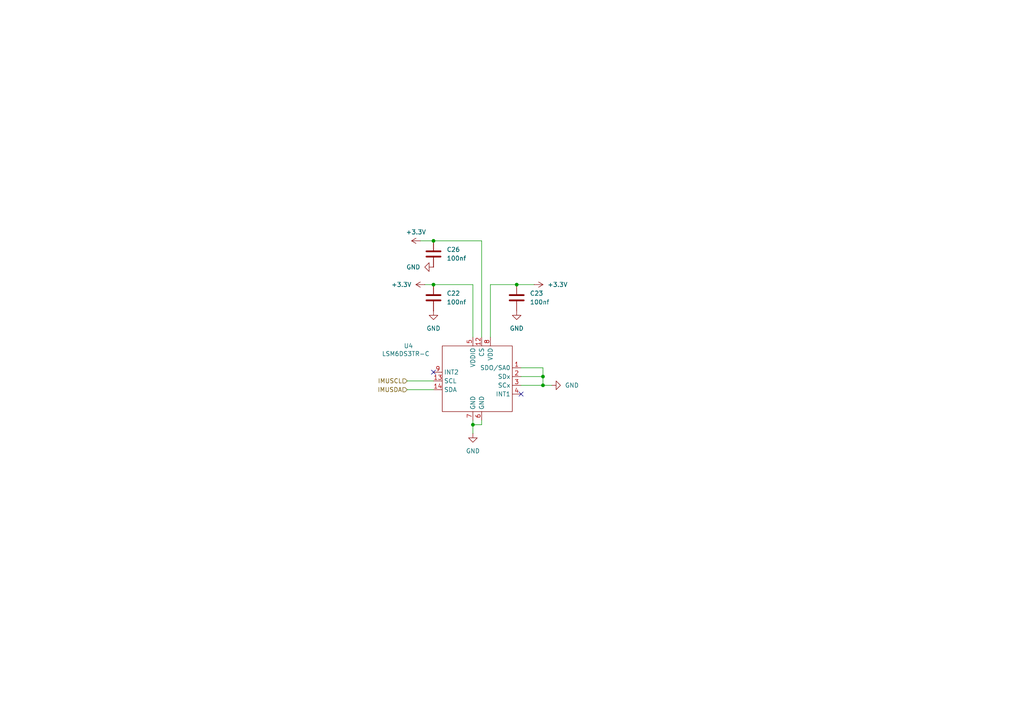
<source format=kicad_sch>
(kicad_sch (version 20250114) (generator "eeschema") (generator_version "9.0")
  (paper "A4")
  (lib_symbols
    (symbol "Device:C" (pin_numbers (hide yes)) (pin_names (offset 0.254))
      (property "Reference" "C" (at 0.635 2.54 0))
      (property "Value" "C" (at 0.635 -2.54 0))
      (symbol "C_0_1"
        (polyline (pts (xy -2.032 0.762) (xy 2.032 0.762)) (stroke (width 0.508)))
        (polyline (pts (xy -2.032 -0.762) (xy 2.032 -0.762)) (stroke (width 0.508)))
      )
      (symbol "C_1_1"
        (pin passive line (at 0 3.81 270) (length 2.794) (name "~") (number "1"))
        (pin passive line (at 0 -3.81 90) (length 2.794) (name "~") (number "2"))
      )
    )
    (symbol "Footprints:LSM6DS3TR-C"
      (property "Reference" "U4" (at -18.796 20.32 0))
      (property "Value" "LSM6DS3TR-C" (at -25.146 18.034 0))
      (symbol "LSM6DS3TR-C_0_1"
        (rectangle (start -7.62 20.32) (end 12.7 1.27))
      )
      (symbol "LSM6DS3TR-C_1_1"
        (pin input line (at -10.16 12.7 0) (length 2.54) (name "INT2") (number "9"))
        (pin input line (at -10.16 10.16 0) (length 2.54) (name "SCL") (number "13"))
        (pin input line (at -10.16 7.62 0) (length 2.54) (name "SDA") (number "14"))
        (pin input line (at -7.62 5.08 0) (length 2.54) (hide yes) (name "NC") (number "11"))
        (pin input line (at -7.62 2.54 0) (length 2.54) (hide yes) (name "NC") (number "10"))
        (pin power_in line (at 1.27 22.86 270) (length 2.54) (name "VDDIO") (number "5"))
        (pin input line (at 1.27 -1.27 90) (length 2.54) (name "GND") (number "7"))
        (pin input line (at 3.81 22.86 270) (length 2.54) (name "CS") (number "12"))
        (pin input line (at 3.81 -1.27 90) (length 2.54) (name "GND") (number "6"))
        (pin power_in line (at 6.35 22.86 270) (length 2.54) (name "VDD") (number "8"))
        (pin input line (at 15.24 13.97 180) (length 2.54) (name "SDO/SA0") (number "1"))
        (pin input line (at 15.24 11.43 180) (length 2.54) (name "SDx") (number "2"))
        (pin input line (at 15.24 8.89 180) (length 2.54) (name "SCx") (number "3"))
        (pin input line (at 15.24 6.35 180) (length 2.54) (name "INT1") (number "4"))
      )
    )
    (symbol "power:+3.3V" (power) (pin_numbers (hide yes)) (pin_names (offset 0) (hide yes))
      (property "Value" "+3.3V" (at 0 3.556 0))
      (symbol "+3.3V_0_1"
        (polyline (pts (xy -0.762 1.27) (xy 0 2.54)))
        (polyline (pts (xy 0 2.54) (xy 0.762 1.27)))
        (polyline (pts (xy 0 0) (xy 0 2.54)))
      )
      (symbol "+3.3V_1_1"
        (pin power_in line (at 0 0 90) (length 0) (name "~") (number "1"))
      )
    )
    (symbol "power:GND" (power) (pin_numbers (hide yes)) (pin_names (offset 0) (hide yes))
      (property "Value" "GND" (at 0 -3.81 0))
      (symbol "GND_0_1"
        (polyline (pts (xy 0 0) (xy 0 -1.27) (xy 1.27 -1.27) (xy 0 -2.54) (xy -1.27 -1.27) (xy 0 -1.27)))
      )
      (symbol "GND_1_1"
        (pin power_in line (at 0 0 270) (length 0) (name "~") (number "1"))
      )
    )
  )
  (junction (at 125.73 69.85))
  (junction (at 149.86 82.55))
  (junction (at 157.48 109.22))
  (junction (at 125.73 82.55))
  (junction (at 157.48 111.76))
  (junction (at 137.16 123.19))
  (no_connect (at 125.73 107.95))
  (no_connect (at 151.13 114.3))
  (wire (pts (xy 142.24 97.79) (xy 142.24 82.55)))
  (wire (pts (xy 123.19 82.55) (xy 125.73 82.55)))
  (wire (pts (xy 137.16 97.79) (xy 137.16 82.55)))
  (wire (pts (xy 149.86 82.55) (xy 154.94 82.55)))
  (wire (pts (xy 125.73 69.85) (xy 139.7 69.85)))
  (wire (pts (xy 118.11 110.49) (xy 125.73 110.49)))
  (wire (pts (xy 157.48 109.22) (xy 157.48 111.76)))
  (wire (pts (xy 139.7 123.19) (xy 137.16 123.19)))
  (wire (pts (xy 151.13 109.22) (xy 157.48 109.22)))
  (wire (pts (xy 137.16 125.73) (xy 137.16 123.19)))
  (wire (pts (xy 142.24 82.55) (xy 149.86 82.55)))
  (wire (pts (xy 137.16 82.55) (xy 125.73 82.55)))
  (wire (pts (xy 151.13 106.68) (xy 157.48 106.68)))
  (wire (pts (xy 157.48 106.68) (xy 157.48 109.22)))
  (wire (pts (xy 137.16 123.19) (xy 137.16 121.92)))
  (wire (pts (xy 139.7 121.92) (xy 139.7 123.19)))
  (wire (pts (xy 157.48 111.76) (xy 151.13 111.76)))
  (wire (pts (xy 160.02 111.76) (xy 157.48 111.76)))
  (wire (pts (xy 139.7 69.85) (xy 139.7 97.79)))
  (wire (pts (xy 118.11 113.03) (xy 125.73 113.03)))
  (wire (pts (xy 121.92 69.85) (xy 125.73 69.85)))
  (hierarchical_label "IMUSDA" (shape input) (at 118.11 113.03 180))
  (hierarchical_label "IMUSCL" (shape input) (at 118.11 110.49 180))
  (symbol (lib_id "power:+3.3V") (at 123.19 82.55 90) (unit 1)
    (property "Reference" "#PWR067" (effects (hide yes)))
    (property "Value" "+3.3V" (at 119.38 82.5499 90) (effects (justify left)))
    (property "Description" "Power symbol creates a global label with name \"+3.3V\"" (effects (hide yes)))
  )
  (symbol (lib_id "power:+3.3V") (at 154.94 82.55 270) (unit 1)
    (property "Reference" "#PWR072" (effects (hide yes)))
    (property "Value" "+3.3V" (at 158.75 82.5499 90) (effects (justify left)))
    (property "Description" "Power symbol creates a global label with name \"+3.3V\"" (effects (hide yes)))
  )
  (symbol (lib_id "power:+3.3V") (at 121.92 69.85 90) (unit 1)
    (property "Reference" "#PWR069" (effects (hide yes)))
    (property "Value" "+3.3V" (at 120.65 67.31 90))
    (property "Description" "Power symbol creates a global label with name \"+3.3V\"" (effects (hide yes)))
  )
  (symbol (lib_id "power:GND") (at 149.86 90.17 0) (unit 1)
    (property "Reference" "#PWR071" (effects (hide yes)))
    (property "Value" "GND" (at 149.86 95.25 0))
    (property "Description" "Power symbol creates a global label with name \"GND\" , ground" (effects (hide yes)))
  )
  (symbol (lib_id "power:GND") (at 125.73 90.17 0) (unit 1)
    (property "Reference" "#PWR068" (effects (hide yes)))
    (property "Value" "GND" (at 125.73 95.25 0))
    (property "Description" "Power symbol creates a global label with name \"GND\" , ground" (effects (hide yes)))
  )
  (symbol (lib_id "power:GND") (at 125.73 77.47 270) (unit 1)
    (property "Reference" "#PWR076" (effects (hide yes)))
    (property "Value" "GND" (at 121.92 77.4699 90) (effects (justify right)))
    (property "Description" "Power symbol creates a global label with name \"GND\" , ground" (effects (hide yes)))
  )
  (symbol (lib_id "Footprints:LSM6DS3TR-C") (at 135.89 120.65 0) (unit 1)
    (property "Reference" "U4" (at 117.094 100.33 0) (effects (justify left)))
    (property "Value" "LSM6DS3TR-C" (at 110.744 102.616 0) (effects (justify left)))
    (property "Footprint" "myFootprints:LGA-14-2.5X3MM" (effects (hide yes)))
    (property "LCSC Part" "C967633" (effects (hide yes)))
  )
  (symbol (lib_id "Device:C") (at 125.73 73.66 0) (unit 1)
    (property "Reference" "C26" (at 129.54 72.3899 0) (effects (justify left)))
    (property "Value" "100nf" (at 129.54 74.9299 0) (effects (justify left)))
    (property "Footprint" "Capacitor_SMD:C_0805_2012Metric_Pad1.18x1.45mm_HandSolder" (effects (hide yes)))
    (property "Description" "Unpolarized capacitor" (effects (hide yes)))
    (property "LCSC Part" "C49678" (effects (hide yes)))
  )
  (symbol (lib_id "Device:C") (at 125.73 86.36 0) (unit 1)
    (property "Reference" "C22" (at 129.54 85.0899 0) (effects (justify left)))
    (property "Value" "100nf" (at 129.54 87.6299 0) (effects (justify left)))
    (property "Footprint" "Capacitor_SMD:C_0805_2012Metric_Pad1.18x1.45mm_HandSolder" (effects (hide yes)))
    (property "Description" "Unpolarized capacitor" (effects (hide yes)))
    (property "LCSC Part" "C49678" (effects (hide yes)))
  )
  (symbol (lib_id "Device:C") (at 149.86 86.36 0) (unit 1)
    (property "Reference" "C23" (at 153.67 85.0899 0) (effects (justify left)))
    (property "Value" "100nf" (at 153.67 87.6299 0) (effects (justify left)))
    (property "Footprint" "Capacitor_SMD:C_0805_2012Metric_Pad1.18x1.45mm_HandSolder" (effects (hide yes)))
    (property "Description" "Unpolarized capacitor" (effects (hide yes)))
    (property "LCSC Part" "C49678" (effects (hide yes)))
  )
  (symbol (lib_id "power:GND") (at 160.02 111.76 90) (unit 1)
    (property "Reference" "#PWR073" (effects (hide yes)))
    (property "Value" "GND" (at 163.83 111.7599 90) (effects (justify right)))
    (property "Description" "Power symbol creates a global label with name \"GND\" , ground" (effects (hide yes)))
  )
  (symbol (lib_id "power:GND") (at 137.16 125.73 0) (unit 1)
    (property "Reference" "#PWR070" (effects (hide yes)))
    (property "Value" "GND" (at 137.16 130.81 0))
    (property "Description" "Power symbol creates a global label with name \"GND\" , ground" (effects (hide yes)))
  )
)
</source>
